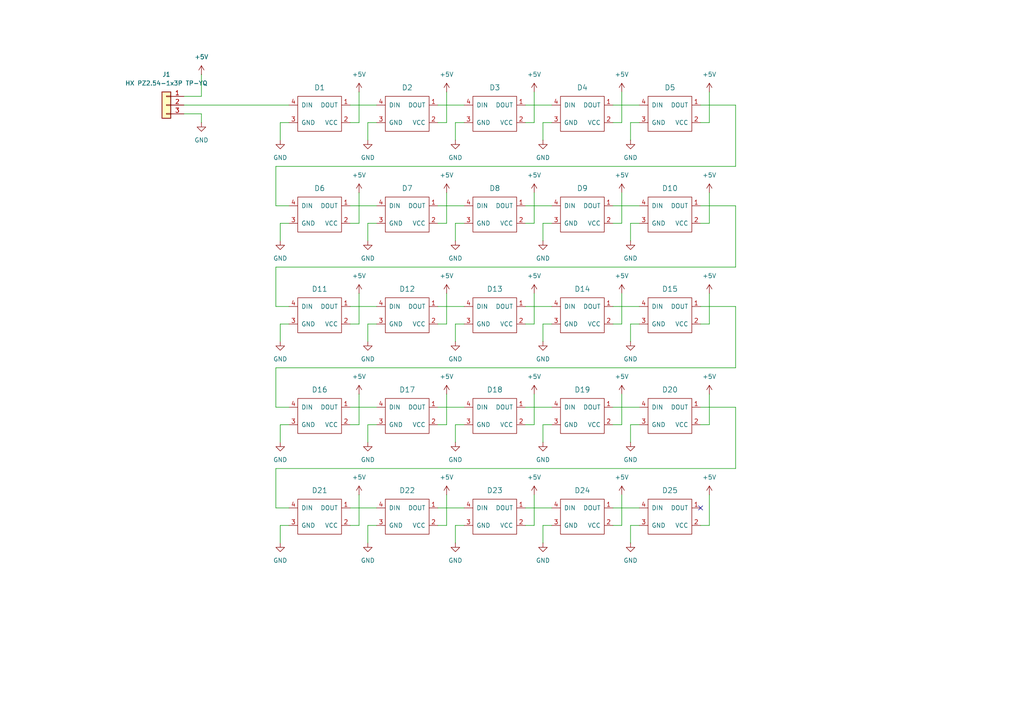
<source format=kicad_sch>
(kicad_sch (version 20231120) (generator "eeschema") (generator_version "8.0")
  (paper "A4")
  (lib_symbols
    (symbol "Connector_Generic:Conn_01x03" (pin_names (offset 1.016) hide)
      (property "Reference" "J" (at 0 5.08 0))
      (property "Value" "Conn_01x03" (at 0 -5.08 0))
      (symbol "Conn_01x03_1_1"
        (rectangle (start -1.27 -2.413) (end 0 -2.667) (stroke (width 0.1524)))
        (rectangle (start -1.27 0.127) (end 0 -0.127) (stroke (width 0.1524)))
        (rectangle (start -1.27 2.667) (end 0 2.413) (stroke (width 0.1524)))
        (rectangle (start -1.27 3.81) (end 1.27 -3.81) (stroke (width 0.254)) (fill (type background)))
        (pin passive line (at -5.08 2.54 0) (length 3.81) (name "Pin_1") (number "1"))
        (pin passive line (at -5.08 0 0) (length 3.81) (name "Pin_2") (number "2"))
        (pin passive line (at -5.08 -2.54 0) (length 3.81) (name "Pin_3") (number "3"))
      )
    )
    (symbol "Pixels-dice:XL-1010RGBC-WS2812B" (pin_names (offset 1.016))
      (property "Reference" "D" (at 0 -6.35 0))
      (property "Value" "XL-1010RGBC-WS2812B" (at 0 6.35 0))
      (symbol "XL-1010RGBC-WS2812B_0_1"
        (rectangle (start -6.35 5.08) (end 6.35 -5.08))
      )
      (symbol "XL-1010RGBC-WS2812B_1_1"
        (pin output line (at 8.89 2.54 180) (length 2.54) (name "DOUT") (number "1"))
        (pin power_in line (at 8.89 -2.54 180) (length 2.54) (name "VCC") (number "2"))
        (pin power_in line (at -8.89 -2.54 0) (length 2.54) (name "GND") (number "3"))
        (pin input line (at -8.89 2.54 0) (length 2.54) (name "DIN") (number "4"))
      )
    )
    (symbol "power:+5V" (power) (pin_numbers hide) (pin_names (offset 0) hide)
      (property "Value" "+5V" (at 0 3.556 0))
      (symbol "+5V_0_1"
        (polyline (pts (xy -0.762 1.27) (xy 0 2.54)))
        (polyline (pts (xy 0 0) (xy 0 2.54)))
        (polyline (pts (xy 0 2.54) (xy 0.762 1.27)))
      )
      (symbol "+5V_1_1"
        (pin power_in line (at 0 0 90) (length 0) (name "~") (number "1"))
      )
    )
    (symbol "power:GND" (power) (pin_numbers hide) (pin_names (offset 0) hide)
      (property "Value" "GND" (at 0 -3.81 0))
      (symbol "GND_0_1"
        (polyline (pts (xy 0 0) (xy 0 -1.27) (xy 1.27 -1.27) (xy 0 -2.54) (xy -1.27 -1.27) (xy 0 -1.27)))
      )
      (symbol "GND_1_1"
        (pin power_in line (at 0 0 270) (length 0) (name "~") (number "1"))
      )
    )
  )
  (no_connect (at 203.2 147.32))
  (wire (pts (xy 81.28 152.4) (xy 81.28 157.48)))
  (wire (pts (xy 152.4 123.19) (xy 154.94 123.19)))
  (wire (pts (xy 154.94 93.98) (xy 154.94 85.09)))
  (wire (pts (xy 101.6 147.32) (xy 109.22 147.32)))
  (wire (pts (xy 154.94 152.4) (xy 154.94 143.51)))
  (wire (pts (xy 101.6 152.4) (xy 104.14 152.4)))
  (wire (pts (xy 81.28 64.77) (xy 81.28 69.85)))
  (wire (pts (xy 101.6 59.69) (xy 109.22 59.69)))
  (wire (pts (xy 132.08 93.98) (xy 132.08 99.06)))
  (wire (pts (xy 109.22 123.19) (xy 106.68 123.19)))
  (wire (pts (xy 177.8 123.19) (xy 180.34 123.19)))
  (wire (pts (xy 127 147.32) (xy 134.62 147.32)))
  (wire (pts (xy 213.36 30.48) (xy 213.36 48.26)))
  (wire (pts (xy 134.62 64.77) (xy 132.08 64.77)))
  (wire (pts (xy 129.54 93.98) (xy 129.54 85.09)))
  (wire (pts (xy 152.4 64.77) (xy 154.94 64.77)))
  (wire (pts (xy 205.74 35.56) (xy 205.74 26.67)))
  (wire (pts (xy 203.2 88.9) (xy 213.36 88.9)))
  (wire (pts (xy 185.42 64.77) (xy 182.88 64.77)))
  (wire (pts (xy 104.14 35.56) (xy 104.14 26.67)))
  (wire (pts (xy 177.8 118.11) (xy 185.42 118.11)))
  (wire (pts (xy 127 59.69) (xy 134.62 59.69)))
  (wire (pts (xy 177.8 147.32) (xy 185.42 147.32)))
  (wire (pts (xy 182.88 64.77) (xy 182.88 69.85)))
  (wire (pts (xy 205.74 64.77) (xy 205.74 55.88)))
  (wire (pts (xy 203.2 152.4) (xy 205.74 152.4)))
  (wire (pts (xy 213.36 106.68) (xy 80.01 106.68)))
  (wire (pts (xy 205.74 93.98) (xy 205.74 85.09)))
  (wire (pts (xy 104.14 64.77) (xy 104.14 55.88)))
  (wire (pts (xy 104.14 152.4) (xy 104.14 143.51)))
  (wire (pts (xy 180.34 152.4) (xy 180.34 143.51)))
  (wire (pts (xy 180.34 35.56) (xy 180.34 26.67)))
  (wire (pts (xy 101.6 35.56) (xy 104.14 35.56)))
  (wire (pts (xy 152.4 118.11) (xy 160.02 118.11)))
  (wire (pts (xy 109.22 35.56) (xy 106.68 35.56)))
  (wire (pts (xy 104.14 93.98) (xy 104.14 85.09)))
  (wire (pts (xy 180.34 123.19) (xy 180.34 114.3)))
  (wire (pts (xy 127 88.9) (xy 134.62 88.9)))
  (wire (pts (xy 109.22 93.98) (xy 106.68 93.98)))
  (wire (pts (xy 132.08 64.77) (xy 132.08 69.85)))
  (wire (pts (xy 160.02 123.19) (xy 157.48 123.19)))
  (wire (pts (xy 203.2 64.77) (xy 205.74 64.77)))
  (wire (pts (xy 152.4 152.4) (xy 154.94 152.4)))
  (wire (pts (xy 157.48 64.77) (xy 157.48 69.85)))
  (wire (pts (xy 106.68 93.98) (xy 106.68 99.06)))
  (wire (pts (xy 129.54 64.77) (xy 129.54 55.88)))
  (wire (pts (xy 127 152.4) (xy 129.54 152.4)))
  (wire (pts (xy 80.01 48.26) (xy 80.01 59.69)))
  (wire (pts (xy 203.2 123.19) (xy 205.74 123.19)))
  (wire (pts (xy 152.4 59.69) (xy 160.02 59.69)))
  (wire (pts (xy 83.82 123.19) (xy 81.28 123.19)))
  (wire (pts (xy 80.01 77.47) (xy 80.01 88.9)))
  (wire (pts (xy 152.4 30.48) (xy 160.02 30.48)))
  (wire (pts (xy 213.36 118.11) (xy 213.36 135.89)))
  (wire (pts (xy 152.4 147.32) (xy 160.02 147.32)))
  (wire (pts (xy 80.01 59.69) (xy 83.82 59.69)))
  (wire (pts (xy 213.36 48.26) (xy 80.01 48.26)))
  (wire (pts (xy 81.28 93.98) (xy 81.28 99.06)))
  (wire (pts (xy 129.54 35.56) (xy 129.54 26.67)))
  (wire (pts (xy 106.68 152.4) (xy 106.68 157.48)))
  (wire (pts (xy 101.6 88.9) (xy 109.22 88.9)))
  (wire (pts (xy 58.42 21.59) (xy 58.42 27.94)))
  (wire (pts (xy 129.54 152.4) (xy 129.54 143.51)))
  (wire (pts (xy 83.82 93.98) (xy 81.28 93.98)))
  (wire (pts (xy 177.8 59.69) (xy 185.42 59.69)))
  (wire (pts (xy 101.6 64.77) (xy 104.14 64.77)))
  (wire (pts (xy 177.8 93.98) (xy 180.34 93.98)))
  (wire (pts (xy 203.2 35.56) (xy 205.74 35.56)))
  (wire (pts (xy 213.36 88.9) (xy 213.36 106.68)))
  (wire (pts (xy 154.94 123.19) (xy 154.94 114.3)))
  (wire (pts (xy 104.14 123.19) (xy 104.14 114.3)))
  (wire (pts (xy 154.94 64.77) (xy 154.94 55.88)))
  (wire (pts (xy 101.6 93.98) (xy 104.14 93.98)))
  (wire (pts (xy 127 123.19) (xy 129.54 123.19)))
  (wire (pts (xy 152.4 93.98) (xy 154.94 93.98)))
  (wire (pts (xy 152.4 88.9) (xy 160.02 88.9)))
  (wire (pts (xy 58.42 33.02) (xy 58.42 35.56)))
  (wire (pts (xy 180.34 64.77) (xy 180.34 55.88)))
  (wire (pts (xy 203.2 30.48) (xy 213.36 30.48)))
  (wire (pts (xy 134.62 123.19) (xy 132.08 123.19)))
  (wire (pts (xy 152.4 35.56) (xy 154.94 35.56)))
  (wire (pts (xy 177.8 152.4) (xy 180.34 152.4)))
  (wire (pts (xy 157.48 152.4) (xy 157.48 157.48)))
  (wire (pts (xy 129.54 123.19) (xy 129.54 114.3)))
  (wire (pts (xy 185.42 35.56) (xy 182.88 35.56)))
  (wire (pts (xy 157.48 35.56) (xy 157.48 40.64)))
  (wire (pts (xy 80.01 106.68) (xy 80.01 118.11)))
  (wire (pts (xy 134.62 152.4) (xy 132.08 152.4)))
  (wire (pts (xy 80.01 147.32) (xy 83.82 147.32)))
  (wire (pts (xy 127 93.98) (xy 129.54 93.98)))
  (wire (pts (xy 132.08 35.56) (xy 132.08 40.64)))
  (wire (pts (xy 182.88 123.19) (xy 182.88 128.27)))
  (wire (pts (xy 177.8 30.48) (xy 185.42 30.48)))
  (wire (pts (xy 106.68 35.56) (xy 106.68 40.64)))
  (wire (pts (xy 132.08 123.19) (xy 132.08 128.27)))
  (wire (pts (xy 185.42 123.19) (xy 182.88 123.19)))
  (wire (pts (xy 205.74 123.19) (xy 205.74 114.3)))
  (wire (pts (xy 213.36 135.89) (xy 80.01 135.89)))
  (wire (pts (xy 203.2 93.98) (xy 205.74 93.98)))
  (wire (pts (xy 81.28 35.56) (xy 81.28 40.64)))
  (wire (pts (xy 182.88 93.98) (xy 182.88 99.06)))
  (wire (pts (xy 160.02 35.56) (xy 157.48 35.56)))
  (wire (pts (xy 109.22 152.4) (xy 106.68 152.4)))
  (wire (pts (xy 203.2 59.69) (xy 213.36 59.69)))
  (wire (pts (xy 127 64.77) (xy 129.54 64.77)))
  (wire (pts (xy 213.36 77.47) (xy 80.01 77.47)))
  (wire (pts (xy 160.02 64.77) (xy 157.48 64.77)))
  (wire (pts (xy 106.68 123.19) (xy 106.68 128.27)))
  (wire (pts (xy 160.02 152.4) (xy 157.48 152.4)))
  (wire (pts (xy 81.28 123.19) (xy 81.28 128.27)))
  (wire (pts (xy 203.2 118.11) (xy 213.36 118.11)))
  (wire (pts (xy 83.82 30.48) (xy 53.34 30.48)))
  (wire (pts (xy 132.08 152.4) (xy 132.08 157.48)))
  (wire (pts (xy 106.68 64.77) (xy 106.68 69.85)))
  (wire (pts (xy 177.8 35.56) (xy 180.34 35.56)))
  (wire (pts (xy 83.82 152.4) (xy 81.28 152.4)))
  (wire (pts (xy 157.48 123.19) (xy 157.48 128.27)))
  (wire (pts (xy 180.34 93.98) (xy 180.34 85.09)))
  (wire (pts (xy 101.6 123.19) (xy 104.14 123.19)))
  (wire (pts (xy 127 30.48) (xy 134.62 30.48)))
  (wire (pts (xy 134.62 35.56) (xy 132.08 35.56)))
  (wire (pts (xy 80.01 135.89) (xy 80.01 147.32)))
  (wire (pts (xy 80.01 88.9) (xy 83.82 88.9)))
  (wire (pts (xy 185.42 152.4) (xy 182.88 152.4)))
  (wire (pts (xy 182.88 152.4) (xy 182.88 157.48)))
  (wire (pts (xy 53.34 33.02) (xy 58.42 33.02)))
  (wire (pts (xy 53.34 27.94) (xy 58.42 27.94)))
  (wire (pts (xy 182.88 35.56) (xy 182.88 40.64)))
  (wire (pts (xy 154.94 35.56) (xy 154.94 26.67)))
  (wire (pts (xy 160.02 93.98) (xy 157.48 93.98)))
  (wire (pts (xy 157.48 93.98) (xy 157.48 99.06)))
  (wire (pts (xy 127 35.56) (xy 129.54 35.56)))
  (wire (pts (xy 83.82 64.77) (xy 81.28 64.77)))
  (wire (pts (xy 101.6 118.11) (xy 109.22 118.11)))
  (wire (pts (xy 134.62 93.98) (xy 132.08 93.98)))
  (wire (pts (xy 185.42 93.98) (xy 182.88 93.98)))
  (wire (pts (xy 83.82 35.56) (xy 81.28 35.56)))
  (wire (pts (xy 101.6 30.48) (xy 109.22 30.48)))
  (wire (pts (xy 80.01 118.11) (xy 83.82 118.11)))
  (wire (pts (xy 109.22 64.77) (xy 106.68 64.77)))
  (wire (pts (xy 127 118.11) (xy 134.62 118.11)))
  (wire (pts (xy 177.8 64.77) (xy 180.34 64.77)))
  (wire (pts (xy 177.8 88.9) (xy 185.42 88.9)))
  (wire (pts (xy 205.74 152.4) (xy 205.74 143.51)))
  (wire (pts (xy 213.36 59.69) (xy 213.36 77.47)))
  (symbol (lib_id "power:+5V") (at 154.94 114.3 0) (unit 1)
    (property "Reference" "#PWR043" (effects (hide yes)))
    (property "Value" "+5V" (at 154.94 109.22 0))
    (property "Description" "Power symbol creates a global label with name \"+5V\"" (effects (hide yes)))
  )
  (symbol (lib_id "Pixels-dice:XL-1010RGBC-WS2812B") (at 92.71 33.02 0) (unit 1)
    (property "Reference" "D1" (at 92.71 25.4 0) (effects (font (size 1.524 1.524))))
    (property "Value" "XL-1010RGBC-WS2812B" (effects (hide yes)))
    (property "Footprint" "Pixels-dice:XL-1010RGBC-WS2812B" (effects (hide yes)))
  )
  (symbol (lib_id "power:GND") (at 81.28 40.64 0) (unit 1)
    (property "Reference" "#PWR04" (effects (hide yes)))
    (property "Value" "GND" (at 81.28 45.72 0))
    (property "Description" "Power symbol creates a global label with name \"GND\" , ground" (effects (hide yes)))
  )
  (symbol (lib_id "Pixels-dice:XL-1010RGBC-WS2812B") (at 168.91 62.23 0) (unit 1)
    (property "Reference" "D9" (at 168.91 54.61 0) (effects (font (size 1.524 1.524))))
    (property "Value" "XL-1010RGBC-WS2812B" (effects (hide yes)))
    (property "Footprint" "Pixels-dice:XL-1010RGBC-WS2812B" (effects (hide yes)))
  )
  (symbol (lib_id "power:GND") (at 157.48 69.85 0) (unit 1)
    (property "Reference" "#PWR019" (effects (hide yes)))
    (property "Value" "GND" (at 157.48 74.93 0))
    (property "Description" "Power symbol creates a global label with name \"GND\" , ground" (effects (hide yes)))
  )
  (symbol (lib_id "Pixels-dice:XL-1010RGBC-WS2812B") (at 194.31 33.02 0) (unit 1)
    (property "Reference" "D5" (at 194.31 25.4 0) (effects (font (size 1.524 1.524))))
    (property "Value" "XL-1010RGBC-WS2812B" (effects (hide yes)))
    (property "Footprint" "Pixels-dice:XL-1010RGBC-WS2812B" (effects (hide yes)))
  )
  (symbol (lib_id "power:+5V") (at 180.34 55.88 0) (unit 1)
    (property "Reference" "#PWR020" (effects (hide yes)))
    (property "Value" "+5V" (at 180.34 50.8 0))
    (property "Description" "Power symbol creates a global label with name \"+5V\"" (effects (hide yes)))
  )
  (symbol (lib_id "power:GND") (at 132.08 99.06 0) (unit 1)
    (property "Reference" "#PWR027" (effects (hide yes)))
    (property "Value" "GND" (at 132.08 104.14 0))
    (property "Description" "Power symbol creates a global label with name \"GND\" , ground" (effects (hide yes)))
  )
  (symbol (lib_id "Pixels-dice:XL-1010RGBC-WS2812B") (at 118.11 33.02 0) (unit 1)
    (property "Reference" "D2" (at 118.11 25.4 0) (effects (font (size 1.524 1.524))))
    (property "Value" "XL-1010RGBC-WS2812B" (effects (hide yes)))
    (property "Footprint" "Pixels-dice:XL-1010RGBC-WS2812B" (effects (hide yes)))
  )
  (symbol (lib_id "power:+5V") (at 129.54 114.3 0) (unit 1)
    (property "Reference" "#PWR039" (effects (hide yes)))
    (property "Value" "+5V" (at 129.54 109.22 0))
    (property "Description" "Power symbol creates a global label with name \"+5V\"" (effects (hide yes)))
  )
  (symbol (lib_id "power:GND") (at 157.48 99.06 0) (unit 1)
    (property "Reference" "#PWR029" (effects (hide yes)))
    (property "Value" "GND" (at 157.48 104.14 0))
    (property "Description" "Power symbol creates a global label with name \"GND\" , ground" (effects (hide yes)))
  )
  (symbol (lib_id "power:GND") (at 157.48 128.27 0) (unit 1)
    (property "Reference" "#PWR045" (effects (hide yes)))
    (property "Value" "GND" (at 157.48 133.35 0))
    (property "Description" "Power symbol creates a global label with name \"GND\" , ground" (effects (hide yes)))
  )
  (symbol (lib_id "power:+5V") (at 180.34 26.67 0) (unit 1)
    (property "Reference" "#PWR010" (effects (hide yes)))
    (property "Value" "+5V" (at 180.34 21.59 0))
    (property "Description" "Power symbol creates a global label with name \"+5V\"" (effects (hide yes)))
  )
  (symbol (lib_id "power:+5V") (at 205.74 85.09 0) (unit 1)
    (property "Reference" "#PWR032" (effects (hide yes)))
    (property "Value" "+5V" (at 205.74 80.01 0))
    (property "Description" "Power symbol creates a global label with name \"+5V\"" (effects (hide yes)))
  )
  (symbol (lib_id "power:GND") (at 132.08 69.85 0) (unit 1)
    (property "Reference" "#PWR017" (effects (hide yes)))
    (property "Value" "GND" (at 132.08 74.93 0))
    (property "Description" "Power symbol creates a global label with name \"GND\" , ground" (effects (hide yes)))
  )
  (symbol (lib_id "Pixels-dice:XL-1010RGBC-WS2812B") (at 143.51 33.02 0) (unit 1)
    (property "Reference" "D3" (at 143.51 25.4 0) (effects (font (size 1.524 1.524))))
    (property "Value" "XL-1010RGBC-WS2812B" (effects (hide yes)))
    (property "Footprint" "Pixels-dice:XL-1010RGBC-WS2812B" (effects (hide yes)))
  )
  (symbol (lib_id "Pixels-dice:XL-1010RGBC-WS2812B") (at 168.91 120.65 0) (unit 1)
    (property "Reference" "D19" (at 168.91 113.03 0) (effects (font (size 1.524 1.524))))
    (property "Value" "XL-1010RGBC-WS2812B" (effects (hide yes)))
    (property "Footprint" "Pixels-dice:XL-1010RGBC-WS2812B" (effects (hide yes)))
  )
  (symbol (lib_id "Pixels-dice:XL-1010RGBC-WS2812B") (at 194.31 91.44 0) (unit 1)
    (property "Reference" "D15" (at 194.31 83.82 0) (effects (font (size 1.524 1.524))))
    (property "Value" "XL-1010RGBC-WS2812B" (effects (hide yes)))
    (property "Footprint" "Pixels-dice:XL-1010RGBC-WS2812B" (effects (hide yes)))
  )
  (symbol (lib_id "power:+5V") (at 180.34 143.51 0) (unit 1)
    (property "Reference" "#PWR048" (effects (hide yes)))
    (property "Value" "+5V" (at 180.34 138.43 0))
    (property "Description" "Power symbol creates a global label with name \"+5V\"" (effects (hide yes)))
  )
  (symbol (lib_id "power:+5V") (at 154.94 26.67 0) (unit 1)
    (property "Reference" "#PWR08" (effects (hide yes)))
    (property "Value" "+5V" (at 154.94 21.59 0))
    (property "Description" "Power symbol creates a global label with name \"+5V\"" (effects (hide yes)))
  )
  (symbol (lib_id "Pixels-dice:XL-1010RGBC-WS2812B") (at 118.11 120.65 0) (unit 1)
    (property "Reference" "D17" (at 118.11 113.03 0) (effects (font (size 1.524 1.524))))
    (property "Value" "XL-1010RGBC-WS2812B" (effects (hide yes)))
    (property "Footprint" "Pixels-dice:XL-1010RGBC-WS2812B" (effects (hide yes)))
  )
  (symbol (lib_id "power:GND") (at 132.08 40.64 0) (unit 1)
    (property "Reference" "#PWR07" (effects (hide yes)))
    (property "Value" "GND" (at 132.08 45.72 0))
    (property "Description" "Power symbol creates a global label with name \"GND\" , ground" (effects (hide yes)))
  )
  (symbol (lib_id "power:+5V") (at 180.34 114.3 0) (unit 1)
    (property "Reference" "#PWR047" (effects (hide yes)))
    (property "Value" "+5V" (at 180.34 109.22 0))
    (property "Description" "Power symbol creates a global label with name \"+5V\"" (effects (hide yes)))
  )
  (symbol (lib_id "Connector_Generic:Conn_01x03") (at 48.26 30.48 0) (mirror y) (unit 1)
    (property "Reference" "J1" (at 48.26 21.59 0))
    (property "Value" "HX PZ2.54-1x3P TP-YQ" (at 48.26 24.13 0))
    (property "Footprint" "Connector_PinHeader_2.54mm:PinHeader_1x03_P2.54mm_Vertical_SMD_Pin1Left" (effects (hide yes)))
    (property "Description" "Generic connector, single row, 01x03, script generated (kicad-library-utils/schlib/autogen/connector/)" (effects (hide yes)))
  )
  (symbol (lib_id "Pixels-dice:XL-1010RGBC-WS2812B") (at 92.71 62.23 0) (unit 1)
    (property "Reference" "D6" (at 92.71 54.61 0) (effects (font (size 1.524 1.524))))
    (property "Value" "XL-1010RGBC-WS2812B" (effects (hide yes)))
    (property "Footprint" "Pixels-dice:XL-1010RGBC-WS2812B" (effects (hide yes)))
  )
  (symbol (lib_id "Pixels-dice:XL-1010RGBC-WS2812B") (at 143.51 149.86 0) (unit 1)
    (property "Reference" "D23" (at 143.51 142.24 0) (effects (font (size 1.524 1.524))))
    (property "Value" "XL-1010RGBC-WS2812B" (effects (hide yes)))
    (property "Footprint" "Pixels-dice:XL-1010RGBC-WS2812B" (effects (hide yes)))
  )
  (symbol (lib_id "power:GND") (at 81.28 69.85 0) (unit 1)
    (property "Reference" "#PWR013" (effects (hide yes)))
    (property "Value" "GND" (at 81.28 74.93 0))
    (property "Description" "Power symbol creates a global label with name \"GND\" , ground" (effects (hide yes)))
  )
  (symbol (lib_id "power:GND") (at 132.08 157.48 0) (unit 1)
    (property "Reference" "#PWR042" (effects (hide yes)))
    (property "Value" "GND" (at 132.08 162.56 0))
    (property "Description" "Power symbol creates a global label with name \"GND\" , ground" (effects (hide yes)))
  )
  (symbol (lib_id "power:+5V") (at 205.74 143.51 0) (unit 1)
    (property "Reference" "#PWR052" (effects (hide yes)))
    (property "Value" "+5V" (at 205.74 138.43 0))
    (property "Description" "Power symbol creates a global label with name \"+5V\"" (effects (hide yes)))
  )
  (symbol (lib_id "power:+5V") (at 205.74 114.3 0) (unit 1)
    (property "Reference" "#PWR051" (effects (hide yes)))
    (property "Value" "+5V" (at 205.74 109.22 0))
    (property "Description" "Power symbol creates a global label with name \"+5V\"" (effects (hide yes)))
  )
  (symbol (lib_id "Pixels-dice:XL-1010RGBC-WS2812B") (at 92.71 91.44 0) (unit 1)
    (property "Reference" "D11" (at 92.71 83.82 0) (effects (font (size 1.524 1.524))))
    (property "Value" "XL-1010RGBC-WS2812B" (effects (hide yes)))
    (property "Footprint" "Pixels-dice:XL-1010RGBC-WS2812B" (effects (hide yes)))
  )
  (symbol (lib_id "power:+5V") (at 104.14 114.3 0) (unit 1)
    (property "Reference" "#PWR035" (effects (hide yes)))
    (property "Value" "+5V" (at 104.14 109.22 0))
    (property "Description" "Power symbol creates a global label with name \"+5V\"" (effects (hide yes)))
  )
  (symbol (lib_id "power:GND") (at 106.68 99.06 0) (unit 1)
    (property "Reference" "#PWR025" (effects (hide yes)))
    (property "Value" "GND" (at 106.68 104.14 0))
    (property "Description" "Power symbol creates a global label with name \"GND\" , ground" (effects (hide yes)))
  )
  (symbol (lib_id "power:+5V") (at 129.54 55.88 0) (unit 1)
    (property "Reference" "#PWR016" (effects (hide yes)))
    (property "Value" "+5V" (at 129.54 50.8 0))
    (property "Description" "Power symbol creates a global label with name \"+5V\"" (effects (hide yes)))
  )
  (symbol (lib_id "power:+5V") (at 104.14 85.09 0) (unit 1)
    (property "Reference" "#PWR024" (effects (hide yes)))
    (property "Value" "+5V" (at 104.14 80.01 0))
    (property "Description" "Power symbol creates a global label with name \"+5V\"" (effects (hide yes)))
  )
  (symbol (lib_id "power:GND") (at 182.88 99.06 0) (unit 1)
    (property "Reference" "#PWR031" (effects (hide yes)))
    (property "Value" "GND" (at 182.88 104.14 0))
    (property "Description" "Power symbol creates a global label with name \"GND\" , ground" (effects (hide yes)))
  )
  (symbol (lib_id "power:+5V") (at 104.14 26.67 0) (unit 1)
    (property "Reference" "#PWR02" (effects (hide yes)))
    (property "Value" "+5V" (at 104.14 21.59 0))
    (property "Description" "Power symbol creates a global label with name \"+5V\"" (effects (hide yes)))
  )
  (symbol (lib_id "power:GND") (at 182.88 69.85 0) (unit 1)
    (property "Reference" "#PWR021" (effects (hide yes)))
    (property "Value" "GND" (at 182.88 74.93 0))
    (property "Description" "Power symbol creates a global label with name \"GND\" , ground" (effects (hide yes)))
  )
  (symbol (lib_id "power:GND") (at 81.28 99.06 0) (unit 1)
    (property "Reference" "#PWR023" (effects (hide yes)))
    (property "Value" "GND" (at 81.28 104.14 0))
    (property "Description" "Power symbol creates a global label with name \"GND\" , ground" (effects (hide yes)))
  )
  (symbol (lib_id "Pixels-dice:XL-1010RGBC-WS2812B") (at 118.11 91.44 0) (unit 1)
    (property "Reference" "D12" (at 118.11 83.82 0) (effects (font (size 1.524 1.524))))
    (property "Value" "XL-1010RGBC-WS2812B" (effects (hide yes)))
    (property "Footprint" "Pixels-dice:XL-1010RGBC-WS2812B" (effects (hide yes)))
  )
  (symbol (lib_id "power:GND") (at 157.48 157.48 0) (unit 1)
    (property "Reference" "#PWR046" (effects (hide yes)))
    (property "Value" "GND" (at 157.48 162.56 0))
    (property "Description" "Power symbol creates a global label with name \"GND\" , ground" (effects (hide yes)))
  )
  (symbol (lib_id "power:+5V") (at 154.94 143.51 0) (unit 1)
    (property "Reference" "#PWR044" (effects (hide yes)))
    (property "Value" "+5V" (at 154.94 138.43 0))
    (property "Description" "Power symbol creates a global label with name \"+5V\"" (effects (hide yes)))
  )
  (symbol (lib_id "power:GND") (at 106.68 69.85 0) (unit 1)
    (property "Reference" "#PWR015" (effects (hide yes)))
    (property "Value" "GND" (at 106.68 74.93 0))
    (property "Description" "Power symbol creates a global label with name \"GND\" , ground" (effects (hide yes)))
  )
  (symbol (lib_id "power:+5V") (at 129.54 143.51 0) (unit 1)
    (property "Reference" "#PWR040" (effects (hide yes)))
    (property "Value" "+5V" (at 129.54 138.43 0))
    (property "Description" "Power symbol creates a global label with name \"+5V\"" (effects (hide yes)))
  )
  (symbol (lib_id "power:GND") (at 106.68 157.48 0) (unit 1)
    (property "Reference" "#PWR038" (effects (hide yes)))
    (property "Value" "GND" (at 106.68 162.56 0))
    (property "Description" "Power symbol creates a global label with name \"GND\" , ground" (effects (hide yes)))
  )
  (symbol (lib_id "Pixels-dice:XL-1010RGBC-WS2812B") (at 194.31 149.86 0) (unit 1)
    (property "Reference" "D25" (at 194.31 142.24 0) (effects (font (size 1.524 1.524))))
    (property "Value" "XL-1010RGBC-WS2812B" (effects (hide yes)))
    (property "Footprint" "Pixels-dice:XL-1010RGBC-WS2812B" (effects (hide yes)))
  )
  (symbol (lib_id "power:GND") (at 182.88 128.27 0) (unit 1)
    (property "Reference" "#PWR049" (effects (hide yes)))
    (property "Value" "GND" (at 182.88 133.35 0))
    (property "Description" "Power symbol creates a global label with name \"GND\" , ground" (effects (hide yes)))
  )
  (symbol (lib_id "power:+5V") (at 104.14 143.51 0) (unit 1)
    (property "Reference" "#PWR036" (effects (hide yes)))
    (property "Value" "+5V" (at 104.14 138.43 0))
    (property "Description" "Power symbol creates a global label with name \"+5V\"" (effects (hide yes)))
  )
  (symbol (lib_id "power:GND") (at 81.28 157.48 0) (unit 1)
    (property "Reference" "#PWR034" (effects (hide yes)))
    (property "Value" "GND" (at 81.28 162.56 0))
    (property "Description" "Power symbol creates a global label with name \"GND\" , ground" (effects (hide yes)))
  )
  (symbol (lib_id "Pixels-dice:XL-1010RGBC-WS2812B") (at 118.11 62.23 0) (unit 1)
    (property "Reference" "D7" (at 118.11 54.61 0) (effects (font (size 1.524 1.524))))
    (property "Value" "XL-1010RGBC-WS2812B" (effects (hide yes)))
    (property "Footprint" "Pixels-dice:XL-1010RGBC-WS2812B" (effects (hide yes)))
  )
  (symbol (lib_id "Pixels-dice:XL-1010RGBC-WS2812B") (at 92.71 120.65 0) (unit 1)
    (property "Reference" "D16" (at 92.71 113.03 0) (effects (font (size 1.524 1.524))))
    (property "Value" "XL-1010RGBC-WS2812B" (effects (hide yes)))
    (property "Footprint" "Pixels-dice:XL-1010RGBC-WS2812B" (effects (hide yes)))
  )
  (symbol (lib_id "Pixels-dice:XL-1010RGBC-WS2812B") (at 118.11 149.86 0) (unit 1)
    (property "Reference" "D22" (at 118.11 142.24 0) (effects (font (size 1.524 1.524))))
    (property "Value" "XL-1010RGBC-WS2812B" (effects (hide yes)))
    (property "Footprint" "Pixels-dice:XL-1010RGBC-WS2812B" (effects (hide yes)))
  )
  (symbol (lib_id "power:GND") (at 157.48 40.64 0) (unit 1)
    (property "Reference" "#PWR09" (effects (hide yes)))
    (property "Value" "GND" (at 157.48 45.72 0))
    (property "Description" "Power symbol creates a global label with name \"GND\" , ground" (effects (hide yes)))
  )
  (symbol (lib_id "power:GND") (at 182.88 40.64 0) (unit 1)
    (property "Reference" "#PWR011" (effects (hide yes)))
    (property "Value" "GND" (at 182.88 45.72 0))
    (property "Description" "Power symbol creates a global label with name \"GND\" , ground" (effects (hide yes)))
  )
  (symbol (lib_id "power:GND") (at 132.08 128.27 0) (unit 1)
    (property "Reference" "#PWR041" (effects (hide yes)))
    (property "Value" "GND" (at 132.08 133.35 0))
    (property "Description" "Power symbol creates a global label with name \"GND\" , ground" (effects (hide yes)))
  )
  (symbol (lib_id "Pixels-dice:XL-1010RGBC-WS2812B") (at 143.51 91.44 0) (unit 1)
    (property "Reference" "D13" (at 143.51 83.82 0) (effects (font (size 1.524 1.524))))
    (property "Value" "XL-1010RGBC-WS2812B" (effects (hide yes)))
    (property "Footprint" "Pixels-dice:XL-1010RGBC-WS2812B" (effects (hide yes)))
  )
  (symbol (lib_id "power:GND") (at 106.68 128.27 0) (unit 1)
    (property "Reference" "#PWR037" (effects (hide yes)))
    (property "Value" "GND" (at 106.68 133.35 0))
    (property "Description" "Power symbol creates a global label with name \"GND\" , ground" (effects (hide yes)))
  )
  (symbol (lib_id "power:+5V") (at 180.34 85.09 0) (unit 1)
    (property "Reference" "#PWR030" (effects (hide yes)))
    (property "Value" "+5V" (at 180.34 80.01 0))
    (property "Description" "Power symbol creates a global label with name \"+5V\"" (effects (hide yes)))
  )
  (symbol (lib_id "power:+5V") (at 129.54 26.67 0) (unit 1)
    (property "Reference" "#PWR06" (effects (hide yes)))
    (property "Value" "+5V" (at 129.54 21.59 0))
    (property "Description" "Power symbol creates a global label with name \"+5V\"" (effects (hide yes)))
  )
  (symbol (lib_id "power:+5V") (at 154.94 85.09 0) (unit 1)
    (property "Reference" "#PWR028" (effects (hide yes)))
    (property "Value" "+5V" (at 154.94 80.01 0))
    (property "Description" "Power symbol creates a global label with name \"+5V\"" (effects (hide yes)))
  )
  (symbol (lib_id "power:+5V") (at 205.74 26.67 0) (unit 1)
    (property "Reference" "#PWR012" (effects (hide yes)))
    (property "Value" "+5V" (at 205.74 21.59 0))
    (property "Description" "Power symbol creates a global label with name \"+5V\"" (effects (hide yes)))
  )
  (symbol (lib_id "power:+5V") (at 129.54 85.09 0) (unit 1)
    (property "Reference" "#PWR026" (effects (hide yes)))
    (property "Value" "+5V" (at 129.54 80.01 0))
    (property "Description" "Power symbol creates a global label with name \"+5V\"" (effects (hide yes)))
  )
  (symbol (lib_id "power:+5V") (at 205.74 55.88 0) (unit 1)
    (property "Reference" "#PWR022" (effects (hide yes)))
    (property "Value" "+5V" (at 205.74 50.8 0))
    (property "Description" "Power symbol creates a global label with name \"+5V\"" (effects (hide yes)))
  )
  (symbol (lib_id "power:+5V") (at 58.42 21.59 0) (unit 1)
    (property "Reference" "#PWR03" (effects (hide yes)))
    (property "Value" "+5V" (at 58.42 16.51 0))
    (property "Description" "Power symbol creates a global label with name \"+5V\"" (effects (hide yes)))
  )
  (symbol (lib_id "Pixels-dice:XL-1010RGBC-WS2812B") (at 168.91 149.86 0) (unit 1)
    (property "Reference" "D24" (at 168.91 142.24 0) (effects (font (size 1.524 1.524))))
    (property "Value" "XL-1010RGBC-WS2812B" (effects (hide yes)))
    (property "Footprint" "Pixels-dice:XL-1010RGBC-WS2812B" (effects (hide yes)))
  )
  (symbol (lib_id "power:GND") (at 106.68 40.64 0) (unit 1)
    (property "Reference" "#PWR05" (effects (hide yes)))
    (property "Value" "GND" (at 106.68 45.72 0))
    (property "Description" "Power symbol creates a global label with name \"GND\" , ground" (effects (hide yes)))
  )
  (symbol (lib_id "power:GND") (at 182.88 157.48 0) (unit 1)
    (property "Reference" "#PWR050" (effects (hide yes)))
    (property "Value" "GND" (at 182.88 162.56 0))
    (property "Description" "Power symbol creates a global label with name \"GND\" , ground" (effects (hide yes)))
  )
  (symbol (lib_id "Pixels-dice:XL-1010RGBC-WS2812B") (at 194.31 62.23 0) (unit 1)
    (property "Reference" "D10" (at 194.31 54.61 0) (effects (font (size 1.524 1.524))))
    (property "Value" "XL-1010RGBC-WS2812B" (effects (hide yes)))
    (property "Footprint" "Pixels-dice:XL-1010RGBC-WS2812B" (effects (hide yes)))
  )
  (symbol (lib_id "Pixels-dice:XL-1010RGBC-WS2812B") (at 143.51 62.23 0) (unit 1)
    (property "Reference" "D8" (at 143.51 54.61 0) (effects (font (size 1.524 1.524))))
    (property "Value" "XL-1010RGBC-WS2812B" (effects (hide yes)))
    (property "Footprint" "Pixels-dice:XL-1010RGBC-WS2812B" (effects (hide yes)))
  )
  (symbol (lib_id "power:+5V") (at 104.14 55.88 0) (unit 1)
    (property "Reference" "#PWR014" (effects (hide yes)))
    (property "Value" "+5V" (at 104.14 50.8 0))
    (property "Description" "Power symbol creates a global label with name \"+5V\"" (effects (hide yes)))
  )
  (symbol (lib_id "power:GND") (at 58.42 35.56 0) (unit 1)
    (property "Reference" "#PWR01" (effects (hide yes)))
    (property "Value" "GND" (at 58.42 40.64 0))
    (property "Description" "Power symbol creates a global label with name \"GND\" , ground" (effects (hide yes)))
  )
  (symbol (lib_id "power:GND") (at 81.28 128.27 0) (unit 1)
    (property "Reference" "#PWR033" (effects (hide yes)))
    (property "Value" "GND" (at 81.28 133.35 0))
    (property "Description" "Power symbol creates a global label with name \"GND\" , ground" (effects (hide yes)))
  )
  (symbol (lib_id "Pixels-dice:XL-1010RGBC-WS2812B") (at 168.91 33.02 0) (unit 1)
    (property "Reference" "D4" (at 168.91 25.4 0) (effects (font (size 1.524 1.524))))
    (property "Value" "XL-1010RGBC-WS2812B" (effects (hide yes)))
    (property "Footprint" "Pixels-dice:XL-1010RGBC-WS2812B" (effects (hide yes)))
  )
  (symbol (lib_id "power:+5V") (at 154.94 55.88 0) (unit 1)
    (property "Reference" "#PWR018" (effects (hide yes)))
    (property "Value" "+5V" (at 154.94 50.8 0))
    (property "Description" "Power symbol creates a global label with name \"+5V\"" (effects (hide yes)))
  )
  (symbol (lib_id "Pixels-dice:XL-1010RGBC-WS2812B") (at 143.51 120.65 0) (unit 1)
    (property "Reference" "D18" (at 143.51 113.03 0) (effects (font (size 1.524 1.524))))
    (property "Value" "XL-1010RGBC-WS2812B" (effects (hide yes)))
    (property "Footprint" "Pixels-dice:XL-1010RGBC-WS2812B" (effects (hide yes)))
  )
  (symbol (lib_id "Pixels-dice:XL-1010RGBC-WS2812B") (at 194.31 120.65 0) (unit 1)
    (property "Reference" "D20" (at 194.31 113.03 0) (effects (font (size 1.524 1.524))))
    (property "Value" "XL-1010RGBC-WS2812B" (effects (hide yes)))
    (property "Footprint" "Pixels-dice:XL-1010RGBC-WS2812B" (effects (hide yes)))
  )
  (symbol (lib_id "Pixels-dice:XL-1010RGBC-WS2812B") (at 168.91 91.44 0) (unit 1)
    (property "Reference" "D14" (at 168.91 83.82 0) (effects (font (size 1.524 1.524))))
    (property "Value" "XL-1010RGBC-WS2812B" (effects (hide yes)))
    (property "Footprint" "Pixels-dice:XL-1010RGBC-WS2812B" (effects (hide yes)))
  )
  (symbol (lib_id "Pixels-dice:XL-1010RGBC-WS2812B") (at 92.71 149.86 0) (unit 1)
    (property "Reference" "D21" (at 92.71 142.24 0) (effects (font (size 1.524 1.524))))
    (property "Value" "XL-1010RGBC-WS2812B" (effects (hide yes)))
    (property "Footprint" "Pixels-dice:XL-1010RGBC-WS2812B" (effects (hide yes)))
  )
)
</source>
